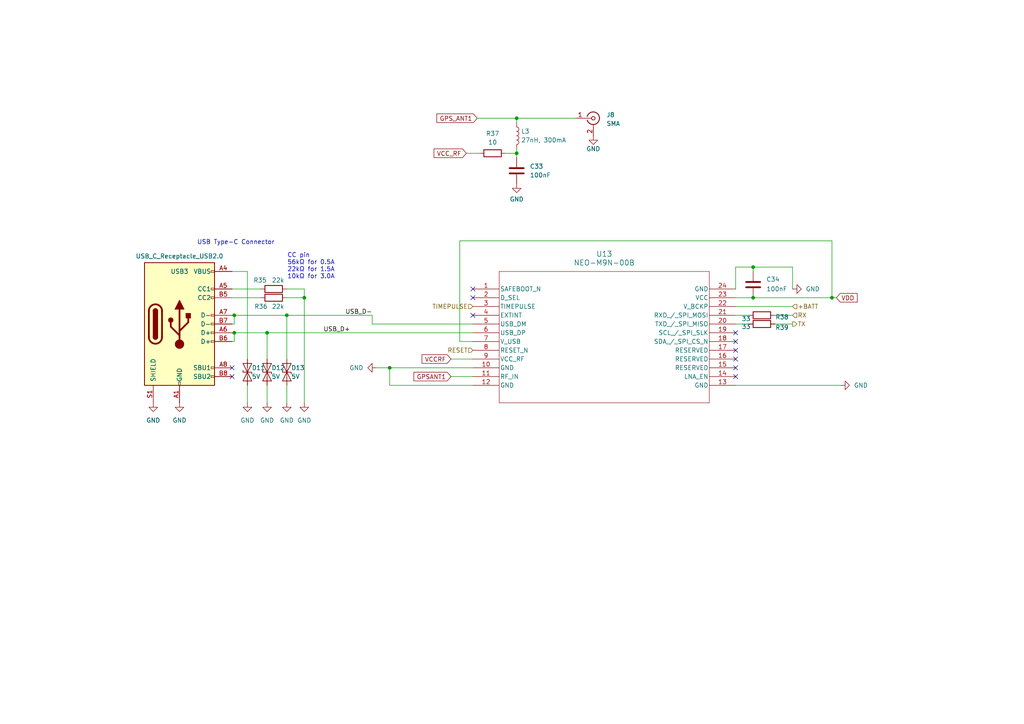
<source format=kicad_sch>
(kicad_sch (version 20231120) (generator "eeschema") (generator_version "8.0")
  (paper "A4")
  (lib_symbols
    (symbol "Connector:Conn_Coaxial" (pin_names (offset 1.016) hide)
      (property "Reference" "J" (at 0.254 3.048 0))
      (property "Value" "Conn_Coaxial" (at 2.921 0 90))
      (symbol "Conn_Coaxial_0_1"
        (arc (start -1.778 -0.508) (mid 0.2311 -1.8066) (end 1.778 0) (stroke (width 0.254)))
        (polyline (pts (xy -2.54 0) (xy -0.508 0)))
        (polyline (pts (xy 0 -2.54) (xy 0 -1.778)))
        (circle (center 0 0) (radius 0.508) (stroke (width 0.2032)))
        (arc (start 1.778 0) (mid 0.2099 1.8101) (end -1.778 0.508) (stroke (width 0.254)))
      )
      (symbol "Conn_Coaxial_1_1"
        (pin passive line (at -5.08 0 0) (length 2.54) (name "In") (number "1"))
        (pin passive line (at 0 -5.08 90) (length 2.54) (name "Ext") (number "2"))
      )
    )
    (symbol "Connector:USB_C_Receptacle_USB2.0" (pin_names (offset 1.016))
      (property "Reference" "J" (at -10.16 19.05 0))
      (property "Value" "USB_C_Receptacle_USB2.0" (at 19.05 19.05 0))
      (symbol "USB_C_Receptacle_USB2.0_0_0"
        (rectangle (start -0.254 -17.78) (end 0.254 -16.764))
        (rectangle (start 10.16 -14.986) (end 9.144 -15.494))
        (rectangle (start 10.16 -12.446) (end 9.144 -12.954))
        (rectangle (start 10.16 -4.826) (end 9.144 -5.334))
        (rectangle (start 10.16 -2.286) (end 9.144 -2.794))
        (rectangle (start 10.16 0.254) (end 9.144 -0.254))
        (rectangle (start 10.16 2.794) (end 9.144 2.286))
        (rectangle (start 10.16 7.874) (end 9.144 7.366))
        (rectangle (start 10.16 10.414) (end 9.144 9.906))
        (rectangle (start 10.16 15.494) (end 9.144 14.986))
      )
      (symbol "USB_C_Receptacle_USB2.0_0_1"
        (rectangle (start -10.16 17.78) (end 10.16 -17.78) (stroke (width 0.254)) (fill (type background)))
        (arc (start -8.89 -3.81) (mid -6.985 -5.7067) (end -5.08 -3.81) (stroke (width 0.508)))
        (arc (start -7.62 -3.81) (mid -6.985 -4.4423) (end -6.35 -3.81) (stroke (width 0.254)))
        (arc (start -7.62 -3.81) (mid -6.985 -4.4423) (end -6.35 -3.81) (stroke (width 0.254)) (fill (type outline)))
        (rectangle (start -7.62 -3.81) (end -6.35 3.81) (stroke (width 0.254)) (fill (type outline)))
        (arc (start -6.35 3.81) (mid -6.985 4.4423) (end -7.62 3.81) (stroke (width 0.254)))
        (arc (start -6.35 3.81) (mid -6.985 4.4423) (end -7.62 3.81) (stroke (width 0.254)) (fill (type outline)))
        (arc (start -5.08 3.81) (mid -6.985 5.7067) (end -8.89 3.81) (stroke (width 0.508)))
        (circle (center -2.54 1.143) (radius 0.635) (stroke (width 0.254)) (fill (type outline)))
        (circle (center 0 -5.842) (radius 1.27) (fill (type outline)))
        (polyline (pts (xy -8.89 -3.81) (xy -8.89 3.81)) (stroke (width 0.508)))
        (polyline (pts (xy -5.08 3.81) (xy -5.08 -3.81)) (stroke (width 0.508)))
        (polyline (pts (xy 0 -5.842) (xy 0 4.318)) (stroke (width 0.508)))
        (polyline (pts (xy 0 -3.302) (xy -2.54 -0.762) (xy -2.54 0.508)) (stroke (width 0.508)))
        (polyline (pts (xy 0 -2.032) (xy 2.54 0.508) (xy 2.54 1.778)) (stroke (width 0.508)))
        (polyline (pts (xy -1.27 4.318) (xy 0 6.858) (xy 1.27 4.318) (xy -1.27 4.318)) (stroke (width 0.254)) (fill (type outline)))
        (rectangle (start 1.905 1.778) (end 3.175 3.048) (stroke (width 0.254)) (fill (type outline)))
      )
      (symbol "USB_C_Receptacle_USB2.0_1_1"
        (pin passive line (at 0 -22.86 90) (length 5.08) (name "GND") (number "A1"))
        (pin passive line (at 0 -22.86 90) (length 5.08) hide (name "GND") (number "A12"))
        (pin passive line (at 15.24 15.24 180) (length 5.08) (name "VBUS") (number "A4"))
        (pin bidirectional line (at 15.24 10.16 180) (length 5.08) (name "CC1") (number "A5"))
        (pin bidirectional line (at 15.24 -2.54 180) (length 5.08) (name "D+") (number "A6"))
        (pin bidirectional line (at 15.24 2.54 180) (length 5.08) (name "D-") (number "A7"))
        (pin bidirectional line (at 15.24 -12.7 180) (length 5.08) (name "SBU1") (number "A8"))
        (pin passive line (at 15.24 15.24 180) (length 5.08) hide (name "VBUS") (number "A9"))
        (pin passive line (at 0 -22.86 90) (length 5.08) hide (name "GND") (number "B1"))
        (pin passive line (at 0 -22.86 90) (length 5.08) hide (name "GND") (number "B12"))
        (pin passive line (at 15.24 15.24 180) (length 5.08) hide (name "VBUS") (number "B4"))
        (pin bidirectional line (at 15.24 7.62 180) (length 5.08) (name "CC2") (number "B5"))
        (pin bidirectional line (at 15.24 -5.08 180) (length 5.08) (name "D+") (number "B6"))
        (pin bidirectional line (at 15.24 0 180) (length 5.08) (name "D-") (number "B7"))
        (pin bidirectional line (at 15.24 -15.24 180) (length 5.08) (name "SBU2") (number "B8"))
        (pin passive line (at 15.24 15.24 180) (length 5.08) hide (name "VBUS") (number "B9"))
        (pin passive line (at -7.62 -22.86 90) (length 5.08) (name "SHIELD") (number "S1"))
      )
    )
    (symbol "Device:C" (pin_numbers hide) (pin_names (offset 0.254))
      (property "Reference" "C" (at 0.635 2.54 0))
      (property "Value" "C" (at 0.635 -2.54 0))
      (symbol "C_0_1"
        (polyline (pts (xy -2.032 -0.762) (xy 2.032 -0.762)) (stroke (width 0.508)))
        (polyline (pts (xy -2.032 0.762) (xy 2.032 0.762)) (stroke (width 0.508)))
      )
      (symbol "C_1_1"
        (pin passive line (at 0 3.81 270) (length 2.794) (name "~") (number "1"))
        (pin passive line (at 0 -3.81 90) (length 2.794) (name "~") (number "2"))
      )
    )
    (symbol "Device:L" (pin_numbers hide) (pin_names (offset 1.016) hide)
      (property "Reference" "L" (at -1.27 0 90))
      (property "Value" "L" (at 1.905 0 90))
      (symbol "L_0_1"
        (arc (start 0 -2.54) (mid 0.6323 -1.905) (end 0 -1.27))
        (arc (start 0 -1.27) (mid 0.6323 -0.635) (end 0 0))
        (arc (start 0 0) (mid 0.6323 0.635) (end 0 1.27))
        (arc (start 0 1.27) (mid 0.6323 1.905) (end 0 2.54))
      )
      (symbol "L_1_1"
        (pin passive line (at 0 3.81 270) (length 1.27) (name "1") (number "1"))
        (pin passive line (at 0 -3.81 90) (length 1.27) (name "2") (number "2"))
      )
    )
    (symbol "Device:R" (pin_numbers hide) (pin_names (offset 0))
      (property "Reference" "R" (at 2.032 0 90))
      (property "Value" "R" (at 0 0 90))
      (symbol "R_0_1"
        (rectangle (start -1.016 -2.54) (end 1.016 2.54) (stroke (width 0.254)))
      )
      (symbol "R_1_1"
        (pin passive line (at 0 3.81 270) (length 1.27) (name "~") (number "1"))
        (pin passive line (at 0 -3.81 90) (length 1.27) (name "~") (number "2"))
      )
    )
    (symbol "Diode:ESD9B5.0ST5G" (pin_numbers hide) (pin_names (offset 1.016) hide)
      (property "Reference" "D" (at 0 2.54 0))
      (property "Value" "ESD9B5.0ST5G" (at 0 -2.54 0))
      (symbol "ESD9B5.0ST5G_0_1"
        (polyline (pts (xy 1.27 0) (xy -1.27 0)))
        (polyline (pts (xy -2.54 -1.27) (xy 0 0) (xy -2.54 1.27) (xy -2.54 -1.27)) (stroke (width 0.2032)))
        (polyline (pts (xy 0.508 1.27) (xy 0 1.27) (xy 0 -1.27) (xy -0.508 -1.27)) (stroke (width 0.2032)))
        (polyline (pts (xy 2.54 1.27) (xy 2.54 -1.27) (xy 0 0) (xy 2.54 1.27)) (stroke (width 0.2032)))
      )
      (symbol "ESD9B5.0ST5G_1_1"
        (pin passive line (at -3.81 0 0) (length 2.54) (name "A1") (number "1"))
        (pin passive line (at 3.81 0 180) (length 2.54) (name "A2") (number "2"))
      )
    )
    (symbol "WOBClibrary:NEO-M9N-00B" (pin_names (offset 0.254))
      (property "Reference" "U" (at 38.1 10.16 0))
      (property "Value" "NEO-M9N-00B" (at 38.1 7.62 0))
      (symbol "NEO-M9N-00B_0_1"
        (polyline (pts (xy 7.62 -33.02) (xy 68.58 -33.02)) (stroke (width 0.127)))
        (polyline (pts (xy 7.62 5.08) (xy 7.62 -33.02)) (stroke (width 0.127)))
        (polyline (pts (xy 68.58 -33.02) (xy 68.58 5.08)) (stroke (width 0.127)))
        (polyline (pts (xy 68.58 5.08) (xy 7.62 5.08)) (stroke (width 0.127)))
        (pin unspecified line (at 0 0 0) (length 7.62) (name "SAFEBOOT_N") (number "1"))
        (pin power_out line (at 0 -22.86 0) (length 7.62) (name "GND") (number "10"))
        (pin unspecified line (at 0 -25.4 0) (length 7.62) (name "RF_IN") (number "11"))
        (pin power_out line (at 0 -27.94 0) (length 7.62) (name "GND") (number "12"))
        (pin power_out line (at 76.2 -27.94 180) (length 7.62) (name "GND") (number "13"))
        (pin unspecified line (at 76.2 -25.4 180) (length 7.62) (name "LNA_EN") (number "14"))
        (pin unspecified line (at 76.2 -22.86 180) (length 7.62) (name "RESERVED") (number "15"))
        (pin unspecified line (at 76.2 -20.32 180) (length 7.62) (name "RESERVED") (number "16"))
        (pin unspecified line (at 76.2 -17.78 180) (length 7.62) (name "RESERVED") (number "17"))
        (pin unspecified line (at 76.2 -15.24 180) (length 7.62) (name "SDA_/_SPI_CS_N") (number "18"))
        (pin unspecified line (at 76.2 -12.7 180) (length 7.62) (name "SCL_/_SPI_SLK") (number "19"))
        (pin unspecified line (at 0 -2.54 0) (length 7.62) (name "D_SEL") (number "2"))
        (pin unspecified line (at 76.2 -10.16 180) (length 7.62) (name "TXD_/_SPI_MISO") (number "20"))
        (pin unspecified line (at 76.2 -7.62 180) (length 7.62) (name "RXD_/_SPI_MOSI") (number "21"))
        (pin unspecified line (at 76.2 -5.08 180) (length 7.62) (name "V_BCKP") (number "22"))
        (pin power_in line (at 76.2 -2.54 180) (length 7.62) (name "VCC") (number "23"))
        (pin power_out line (at 76.2 0 180) (length 7.62) (name "GND") (number "24"))
        (pin unspecified line (at 0 -5.08 0) (length 7.62) (name "TIMEPULSE") (number "3"))
        (pin unspecified line (at 0 -7.62 0) (length 7.62) (name "EXTINT") (number "4"))
        (pin unspecified line (at 0 -10.16 0) (length 7.62) (name "USB_DM") (number "5"))
        (pin unspecified line (at 0 -12.7 0) (length 7.62) (name "USB_DP") (number "6"))
        (pin unspecified line (at 0 -15.24 0) (length 7.62) (name "V_USB") (number "7"))
        (pin unspecified line (at 0 -17.78 0) (length 7.62) (name "RESET_N") (number "8"))
        (pin power_in line (at 0 -20.32 0) (length 7.62) (name "VCC_RF") (number "9"))
      )
    )
    (symbol "power:GND" (power) (pin_names (offset 0))
      (property "Value" "GND" (at 0 -3.81 0))
      (symbol "GND_0_1"
        (polyline (pts (xy 0 0) (xy 0 -1.27) (xy 1.27 -1.27) (xy 0 -2.54) (xy -1.27 -1.27) (xy 0 -1.27)))
      )
      (symbol "GND_1_1"
        (pin power_in line (at 0 0 270) (length 0) hide (name "GND") (number "1"))
      )
    )
  )
  (junction (at 149.86 34.29))
  (junction (at 113.03 106.68))
  (junction (at 67.945 96.52))
  (junction (at 88.265 86.36))
  (junction (at 77.47 96.52))
  (junction (at 67.945 91.44))
  (junction (at 218.44 77.47))
  (junction (at 83.185 91.44))
  (junction (at 218.44 86.36))
  (junction (at 241.3 86.36))
  (junction (at 149.86 44.45))
  (no_connect (at 213.36 104.14))
  (no_connect (at 213.36 109.22))
  (no_connect (at 67.31 106.68))
  (no_connect (at 137.16 86.36))
  (no_connect (at 137.16 91.44))
  (no_connect (at 137.16 83.82))
  (no_connect (at 213.36 99.06))
  (no_connect (at 213.36 96.52))
  (no_connect (at 213.36 106.68))
  (no_connect (at 213.36 101.6))
  (no_connect (at 67.31 109.22))
  (wire (pts (xy 88.265 86.36) (xy 88.265 116.84)))
  (wire (pts (xy 146.685 44.45) (xy 149.86 44.45)))
  (wire (pts (xy 83.185 86.36) (xy 88.265 86.36)))
  (wire (pts (xy 213.36 111.76) (xy 243.84 111.76)))
  (wire (pts (xy 71.755 78.74) (xy 67.31 78.74)))
  (wire (pts (xy 67.945 91.44) (xy 83.185 91.44)))
  (wire (pts (xy 77.47 96.52) (xy 137.16 96.52)))
  (wire (pts (xy 130.81 109.22) (xy 137.16 109.22)))
  (wire (pts (xy 88.265 83.82) (xy 88.265 86.36)))
  (wire (pts (xy 113.03 111.76) (xy 113.03 106.68)))
  (wire (pts (xy 137.16 111.76) (xy 113.03 111.76)))
  (wire (pts (xy 83.185 116.84) (xy 83.185 111.76)))
  (wire (pts (xy 133.35 99.06) (xy 133.35 69.85)))
  (wire (pts (xy 224.79 91.44) (xy 229.87 91.44)))
  (wire (pts (xy 213.36 93.98) (xy 217.17 93.98)))
  (wire (pts (xy 218.44 86.36) (xy 241.3 86.36)))
  (wire (pts (xy 109.22 106.68) (xy 113.03 106.68)))
  (wire (pts (xy 71.755 78.74) (xy 71.755 104.14)))
  (wire (pts (xy 77.47 96.52) (xy 67.945 96.52)))
  (wire (pts (xy 213.36 91.44) (xy 217.17 91.44)))
  (wire (pts (xy 107.95 93.98) (xy 107.95 91.44)))
  (wire (pts (xy 75.565 86.36) (xy 67.31 86.36)))
  (wire (pts (xy 83.185 91.44) (xy 107.95 91.44)))
  (wire (pts (xy 67.31 99.06) (xy 67.945 99.06)))
  (wire (pts (xy 67.31 91.44) (xy 67.945 91.44)))
  (wire (pts (xy 149.86 44.45) (xy 149.86 43.18)))
  (wire (pts (xy 149.86 34.29) (xy 149.86 35.56)))
  (wire (pts (xy 213.36 77.47) (xy 213.36 83.82)))
  (wire (pts (xy 71.755 116.84) (xy 71.755 111.76)))
  (wire (pts (xy 130.81 104.14) (xy 137.16 104.14)))
  (wire (pts (xy 67.945 96.52) (xy 67.31 96.52)))
  (wire (pts (xy 137.16 93.98) (xy 107.95 93.98)))
  (wire (pts (xy 133.35 69.85) (xy 241.3 69.85)))
  (wire (pts (xy 113.03 106.68) (xy 137.16 106.68)))
  (wire (pts (xy 137.16 99.06) (xy 133.35 99.06)))
  (wire (pts (xy 139.065 44.45) (xy 135.255 44.45)))
  (wire (pts (xy 149.86 34.29) (xy 167.005 34.29)))
  (wire (pts (xy 77.47 96.52) (xy 77.47 104.14)))
  (wire (pts (xy 213.36 88.9) (xy 229.87 88.9)))
  (wire (pts (xy 218.44 77.47) (xy 229.87 77.47)))
  (wire (pts (xy 229.87 77.47) (xy 229.87 83.82)))
  (wire (pts (xy 67.945 93.98) (xy 67.945 91.44)))
  (wire (pts (xy 218.44 77.47) (xy 218.44 78.74)))
  (wire (pts (xy 241.3 86.36) (xy 242.57 86.36)))
  (wire (pts (xy 77.47 116.84) (xy 77.47 111.76)))
  (wire (pts (xy 67.31 93.98) (xy 67.945 93.98)))
  (wire (pts (xy 67.945 99.06) (xy 67.945 96.52)))
  (wire (pts (xy 213.36 86.36) (xy 218.44 86.36)))
  (wire (pts (xy 83.185 83.82) (xy 88.265 83.82)))
  (wire (pts (xy 149.86 44.45) (xy 149.86 45.72)))
  (wire (pts (xy 138.43 34.29) (xy 149.86 34.29)))
  (wire (pts (xy 224.79 93.98) (xy 229.87 93.98)))
  (wire (pts (xy 75.565 83.82) (xy 67.31 83.82)))
  (wire (pts (xy 241.3 69.85) (xy 241.3 86.36)))
  (wire (pts (xy 83.185 91.44) (xy 83.185 104.14)))
  (wire (pts (xy 213.36 77.47) (xy 218.44 77.47)))
  (text "USB Type-C Connector" (at 57.15 71.12 0) (effects (font (size 1.27 1.27)) (justify left bottom)))
  (text "CC pin\n56kΩ for 0.5A\n22kΩ for 1.5A\n10kΩ for 3.0A" (at 83.312 81.026 0) (effects (font (size 1.27 1.27)) (justify left bottom)))
  (label "USB_D-" (at 107.95 91.44 180))
  (label "USB_D+" (at 101.6 96.52 180))
  (global_label "GPSANT1" (shape input) (at 130.81 109.22 180) (property "Intersheetrefs" "${INTERSHEET_REFS}" (effects (hide yes))))
  (global_label "GPS_ANT1" (shape input) (at 138.43 34.29 180) (property "Intersheetrefs" "${INTERSHEET_REFS}" (effects (hide yes))))
  (global_label "VCC_RF" (shape input) (at 135.255 44.45 180) (property "Intersheetrefs" "${INTERSHEET_REFS}" (effects (hide yes))))
  (global_label "VDD" (shape input) (at 242.57 86.36 0) (property "Intersheetrefs" "${INTERSHEET_REFS}" (effects (hide yes))))
  (global_label "VCCRF" (shape input) (at 130.81 104.14 180) (property "Intersheetrefs" "${INTERSHEET_REFS}" (effects (hide yes))))
  (hierarchical_label "RESET" (shape input) (at 137.16 101.6 180))
  (hierarchical_label "RX" (shape input) (at 229.87 91.44 0))
  (hierarchical_label "TIMEPULSE" (shape input) (at 137.16 88.9 180))
  (hierarchical_label "+BATT" (shape input) (at 229.87 88.9 0))
  (hierarchical_label "TX" (shape output) (at 229.87 93.98 0))
  (symbol (lib_id "Device:C") (at 218.44 82.55 0) (unit 1)
    (property "Reference" "C34" (at 222.25 81.026 0) (effects (justify left)))
    (property "Value" "100nF" (at 222.25 83.82 0) (effects (justify left)))
    (property "Footprint" "Capacitor_SMD:C_0402_1005Metric" (effects (hide yes)))
    (property "LCSC" "C1525" (effects (hide yes)))
  )
  (symbol (lib_id "power:GND") (at 88.265 116.84 0) (unit 1)
    (property "Reference" "#PWR074" (effects (hide yes)))
    (property "Value" "GND" (at 88.265 121.92 0))
  )
  (symbol (lib_id "Device:R") (at 142.875 44.45 90) (unit 1)
    (property "Reference" "R37" (at 142.875 38.735 90))
    (property "Value" "10" (at 142.875 41.275 90))
    (property "Footprint" "Resistor_SMD:R_0402_1005Metric" (effects (hide yes)))
    (property "LCSC" "C25077" (effects (hide yes)))
  )
  (symbol (lib_id "Device:R") (at 220.98 93.98 270) (unit 1)
    (property "Reference" "R39" (at 226.822 94.996 90))
    (property "Value" "33" (at 216.408 94.742 90))
    (property "Footprint" "Resistor_SMD:R_0402_1005Metric" (effects (hide yes)))
    (property "LCSC" "C25105" (effects (hide yes)))
  )
  (symbol (lib_id "Diode:ESD9B5.0ST5G") (at 77.47 107.95 90) (unit 1)
    (property "Reference" "D12" (at 78.74 106.68 90) (effects (justify right)))
    (property "Value" "5V" (at 78.74 109.22 90) (effects (justify right)))
    (property "Footprint" "Diode_SMD:D_SOD-882D" (effects (hide yes)))
    (property "Datasheet" "https://www.onsemi.com/pub/Collateral/ESD9B-D.PDF" (effects (hide yes)))
    (property "LCSC" "C7420372" (effects (hide yes)))
  )
  (symbol (lib_id "power:GND") (at 109.22 106.68 270) (unit 1)
    (property "Reference" "#PWR075" (effects (hide yes)))
    (property "Value" "GND" (at 105.41 106.6799 90) (effects (justify right)))
  )
  (symbol (lib_id "Diode:ESD9B5.0ST5G") (at 83.185 107.95 90) (unit 1)
    (property "Reference" "D13" (at 84.455 106.68 90) (effects (justify right)))
    (property "Value" "5V" (at 84.455 109.22 90) (effects (justify right)))
    (property "Footprint" "Diode_SMD:D_SOD-882D" (effects (hide yes)))
    (property "Datasheet" "https://www.onsemi.com/pub/Collateral/ESD9B-D.PDF" (effects (hide yes)))
    (property "LCSC" "C7420372" (effects (hide yes)))
  )
  (symbol (lib_id "power:GND") (at 172.085 39.37 0) (unit 1)
    (property "Reference" "#PWR077" (effects (hide yes)))
    (property "Value" "GND" (at 172.085 43.18 0))
  )
  (symbol (lib_id "power:GND") (at 243.84 111.76 90) (unit 1)
    (property "Reference" "#PWR079" (effects (hide yes)))
    (property "Value" "GND" (at 247.65 111.7599 90) (effects (justify right)))
  )
  (symbol (lib_id "power:GND") (at 52.07 116.84 0) (unit 1)
    (property "Reference" "#PWR070" (effects (hide yes)))
    (property "Value" "GND" (at 52.07 121.92 0))
  )
  (symbol (lib_id "Device:R") (at 79.375 83.82 90) (unit 1)
    (property "Reference" "R35" (at 75.438 81.28 90))
    (property "Value" "22k" (at 80.645 81.28 90))
    (property "Footprint" "Resistor_SMD:R_0402_1005Metric" (effects (hide yes)))
    (property "LCSC" "C25768" (effects (hide yes)))
  )
  (symbol (lib_id "power:GND") (at 229.87 83.82 90) (unit 1)
    (property "Reference" "#PWR078" (effects (hide yes)))
    (property "Value" "GND" (at 233.68 83.8199 90) (effects (justify right)))
  )
  (symbol (lib_id "WOBClibrary:NEO-M9N-00B") (at 137.16 83.82 0) (unit 1)
    (property "Reference" "U13" (at 175.26 73.66 0) (effects (font (size 1.524 1.524))))
    (property "Value" "NEO-M9N-00B" (at 175.26 76.2 0) (effects (font (size 1.524 1.524))))
    (property "Footprint" "WOBClibrary:SMT_9N-00B_UBL" (effects (hide yes)))
    (property "Datasheet" "NEO-M9N-00B" (effects (hide yes)))
  )
  (symbol (lib_id "power:GND") (at 83.185 116.84 0) (unit 1)
    (property "Reference" "#PWR073" (effects (hide yes)))
    (property "Value" "GND" (at 83.185 121.92 0))
  )
  (symbol (lib_id "Connector:USB_C_Receptacle_USB2.0") (at 52.07 93.98 0) (unit 1)
    (property "Reference" "USB3" (at 52.07 78.74 0))
    (property "Value" "USB_C_Receptacle_USB2.0" (at 52.07 74.295 0))
    (property "Footprint" "WOBCLibrary:USB_C_TYPEC-301S-ACP16X7" (effects (hide yes)))
    (property "Datasheet" "https://www.usb.org/sites/default/files/documents/usb_type-c.zip" (effects (hide yes)))
    (property "LCSC" "C2982481" (effects (hide yes)))
  )
  (symbol (lib_id "power:GND") (at 149.86 53.34 0) (unit 1)
    (property "Reference" "#PWR076" (effects (hide yes)))
    (property "Value" "GND" (at 149.86 57.785 0))
  )
  (symbol (lib_id "Device:R") (at 220.98 91.44 270) (unit 1)
    (property "Reference" "R38" (at 226.822 91.948 90))
    (property "Value" "33" (at 216.408 92.456 90))
    (property "Footprint" "Resistor_SMD:R_0402_1005Metric" (effects (hide yes)))
    (property "LCSC" "C25105" (effects (hide yes)))
  )
  (symbol (lib_id "Device:C") (at 149.86 49.53 0) (unit 1)
    (property "Reference" "C33" (at 153.67 48.26 0) (effects (justify left)))
    (property "Value" "100nF" (at 153.67 50.8 0) (effects (justify left)))
    (property "Footprint" "Capacitor_SMD:C_0402_1005Metric" (effects (hide yes)))
    (property "LCSC" "C1525" (effects (hide yes)))
  )
  (symbol (lib_id "Connector:Conn_Coaxial") (at 172.085 34.29 0) (unit 1)
    (property "Reference" "J8" (at 175.895 33.3132 0) (effects (justify left)))
    (property "Value" "SMA" (at 175.895 35.8532 0) (effects (justify left)))
    (property "Footprint" "Connector_Coaxial:SMA_Amphenol_132203-12_Horizontal" (effects (hide yes)))
    (property "Datasheet" " ~" (effects (hide yes)))
    (property "LCSC" "C2693813" (effects (hide yes)))
  )
  (symbol (lib_id "Diode:ESD9B5.0ST5G") (at 71.755 107.95 90) (unit 1)
    (property "Reference" "D11" (at 73.025 106.68 90) (effects (justify right)))
    (property "Value" "5V" (at 73.025 109.22 90) (effects (justify right)))
    (property "Footprint" "Diode_SMD:D_SOD-882D" (effects (hide yes)))
    (property "Datasheet" "https://www.onsemi.com/pub/Collateral/ESD9B-D.PDF" (effects (hide yes)))
    (property "LCSC" "C7420372" (effects (hide yes)))
  )
  (symbol (lib_id "Device:R") (at 79.375 86.36 90) (unit 1)
    (property "Reference" "R36" (at 75.692 88.9 90))
    (property "Value" "22k" (at 80.645 88.9 90))
    (property "Footprint" "Resistor_SMD:R_0402_1005Metric" (effects (hide yes)))
    (property "LCSC" "C25768" (effects (hide yes)))
  )
  (symbol (lib_id "power:GND") (at 77.47 116.84 0) (unit 1)
    (property "Reference" "#PWR072" (effects (hide yes)))
    (property "Value" "GND" (at 77.47 121.92 0))
  )
  (symbol (lib_id "Device:L") (at 149.86 39.37 0) (unit 1)
    (property "Reference" "L3" (at 151.13 38.1 0) (effects (justify left)))
    (property "Value" "27nH, 300mA" (at 151.13 40.64 0) (effects (justify left)))
    (property "Footprint" "Inductor_SMD:L_0402_1005Metric" (effects (hide yes)))
    (property "LCSC" "C18830" (effects (hide yes)))
  )
  (symbol (lib_id "power:GND") (at 44.45 116.84 0) (unit 1)
    (property "Reference" "#PWR069" (effects (hide yes)))
    (property "Value" "GND" (at 44.45 121.92 0))
  )
  (symbol (lib_id "power:GND") (at 71.755 116.84 0) (unit 1)
    (property "Reference" "#PWR071" (effects (hide yes)))
    (property "Value" "GND" (at 71.755 121.92 0))
  )
)
</source>
